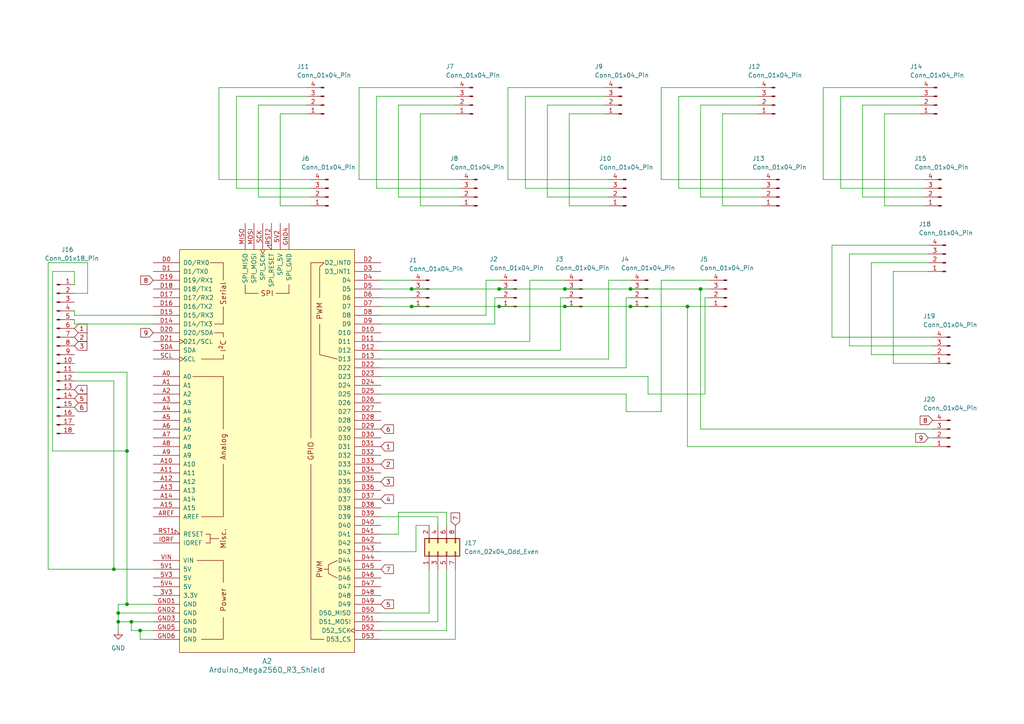
<source format=kicad_sch>
(kicad_sch (version 20231120) (generator "eeschema") (generator_version "8.0")
  (paper "A4")
  (lib_symbols
    (symbol "Connector:Conn_01x04_Pin" (pin_names (offset 1.016) hide)
      (property "Reference" "J" (at 0 5.08 0))
      (property "Value" "Conn_01x04_Pin" (at 0 -7.62 0))
      (symbol "Conn_01x04_Pin_1_1"
        (polyline (pts (xy 1.27 -5.08) (xy 0.8636 -5.08)) (stroke (width 0.1524)))
        (polyline (pts (xy 1.27 -2.54) (xy 0.8636 -2.54)) (stroke (width 0.1524)))
        (polyline (pts (xy 1.27 0) (xy 0.8636 0)) (stroke (width 0.1524)))
        (polyline (pts (xy 1.27 2.54) (xy 0.8636 2.54)) (stroke (width 0.1524)))
        (rectangle (start 0.8636 -4.953) (end 0 -5.207) (stroke (width 0.1524)) (fill (type outline)))
        (rectangle (start 0.8636 -2.413) (end 0 -2.667) (stroke (width 0.1524)) (fill (type outline)))
        (rectangle (start 0.8636 0.127) (end 0 -0.127) (stroke (width 0.1524)) (fill (type outline)))
        (rectangle (start 0.8636 2.667) (end 0 2.413) (stroke (width 0.1524)) (fill (type outline)))
        (pin passive line (at 5.08 2.54 180) (length 3.81) (name "Pin_1") (number "1"))
        (pin passive line (at 5.08 0 180) (length 3.81) (name "Pin_2") (number "2"))
        (pin passive line (at 5.08 -2.54 180) (length 3.81) (name "Pin_3") (number "3"))
        (pin passive line (at 5.08 -5.08 180) (length 3.81) (name "Pin_4") (number "4"))
      )
    )
    (symbol "Connector:Conn_01x18_Pin" (pin_names (offset 1.016) hide)
      (property "Reference" "J" (at 0 22.86 0))
      (property "Value" "Conn_01x18_Pin" (at 0 -25.4 0))
      (symbol "Conn_01x18_Pin_1_1"
        (polyline (pts (xy 1.27 -22.86) (xy 0.8636 -22.86)) (stroke (width 0.1524)))
        (polyline (pts (xy 1.27 -20.32) (xy 0.8636 -20.32)) (stroke (width 0.1524)))
        (polyline (pts (xy 1.27 -17.78) (xy 0.8636 -17.78)) (stroke (width 0.1524)))
        (polyline (pts (xy 1.27 -15.24) (xy 0.8636 -15.24)) (stroke (width 0.1524)))
        (polyline (pts (xy 1.27 -12.7) (xy 0.8636 -12.7)) (stroke (width 0.1524)))
        (polyline (pts (xy 1.27 -10.16) (xy 0.8636 -10.16)) (stroke (width 0.1524)))
        (polyline (pts (xy 1.27 -7.62) (xy 0.8636 -7.62)) (stroke (width 0.1524)))
        (polyline (pts (xy 1.27 -5.08) (xy 0.8636 -5.08)) (stroke (width 0.1524)))
        (polyline (pts (xy 1.27 -2.54) (xy 0.8636 -2.54)) (stroke (width 0.1524)))
        (polyline (pts (xy 1.27 0) (xy 0.8636 0)) (stroke (width 0.1524)))
        (polyline (pts (xy 1.27 2.54) (xy 0.8636 2.54)) (stroke (width 0.1524)))
        (polyline (pts (xy 1.27 5.08) (xy 0.8636 5.08)) (stroke (width 0.1524)))
        (polyline (pts (xy 1.27 7.62) (xy 0.8636 7.62)) (stroke (width 0.1524)))
        (polyline (pts (xy 1.27 10.16) (xy 0.8636 10.16)) (stroke (width 0.1524)))
        (polyline (pts (xy 1.27 12.7) (xy 0.8636 12.7)) (stroke (width 0.1524)))
        (polyline (pts (xy 1.27 15.24) (xy 0.8636 15.24)) (stroke (width 0.1524)))
        (polyline (pts (xy 1.27 17.78) (xy 0.8636 17.78)) (stroke (width 0.1524)))
        (polyline (pts (xy 1.27 20.32) (xy 0.8636 20.32)) (stroke (width 0.1524)))
        (rectangle (start 0.8636 -22.733) (end 0 -22.987) (stroke (width 0.1524)) (fill (type outline)))
        (rectangle (start 0.8636 -20.193) (end 0 -20.447) (stroke (width 0.1524)) (fill (type outline)))
        (rectangle (start 0.8636 -17.653) (end 0 -17.907) (stroke (width 0.1524)) (fill (type outline)))
        (rectangle (start 0.8636 -15.113) (end 0 -15.367) (stroke (width 0.1524)) (fill (type outline)))
        (rectangle (start 0.8636 -12.573) (end 0 -12.827) (stroke (width 0.1524)) (fill (type outline)))
        (rectangle (start 0.8636 -10.033) (end 0 -10.287) (stroke (width 0.1524)) (fill (type outline)))
        (rectangle (start 0.8636 -7.493) (end 0 -7.747) (stroke (width 0.1524)) (fill (type outline)))
        (rectangle (start 0.8636 -4.953) (end 0 -5.207) (stroke (width 0.1524)) (fill (type outline)))
        (rectangle (start 0.8636 -2.413) (end 0 -2.667) (stroke (width 0.1524)) (fill (type outline)))
        (rectangle (start 0.8636 0.127) (end 0 -0.127) (stroke (width 0.1524)) (fill (type outline)))
        (rectangle (start 0.8636 2.667) (end 0 2.413) (stroke (width 0.1524)) (fill (type outline)))
        (rectangle (start 0.8636 5.207) (end 0 4.953) (stroke (width 0.1524)) (fill (type outline)))
        (rectangle (start 0.8636 7.747) (end 0 7.493) (stroke (width 0.1524)) (fill (type outline)))
        (rectangle (start 0.8636 10.287) (end 0 10.033) (stroke (width 0.1524)) (fill (type outline)))
        (rectangle (start 0.8636 12.827) (end 0 12.573) (stroke (width 0.1524)) (fill (type outline)))
        (rectangle (start 0.8636 15.367) (end 0 15.113) (stroke (width 0.1524)) (fill (type outline)))
        (rectangle (start 0.8636 17.907) (end 0 17.653) (stroke (width 0.1524)) (fill (type outline)))
        (rectangle (start 0.8636 20.447) (end 0 20.193) (stroke (width 0.1524)) (fill (type outline)))
        (pin passive line (at 5.08 20.32 180) (length 3.81) (name "Pin_1") (number "1"))
        (pin passive line (at 5.08 -2.54 180) (length 3.81) (name "Pin_10") (number "10"))
        (pin passive line (at 5.08 -5.08 180) (length 3.81) (name "Pin_11") (number "11"))
        (pin passive line (at 5.08 -7.62 180) (length 3.81) (name "Pin_12") (number "12"))
        (pin passive line (at 5.08 -10.16 180) (length 3.81) (name "Pin_13") (number "13"))
        (pin passive line (at 5.08 -12.7 180) (length 3.81) (name "Pin_14") (number "14"))
        (pin passive line (at 5.08 -15.24 180) (length 3.81) (name "Pin_15") (number "15"))
        (pin passive line (at 5.08 -17.78 180) (length 3.81) (name "Pin_16") (number "16"))
        (pin passive line (at 5.08 -20.32 180) (length 3.81) (name "Pin_17") (number "17"))
        (pin passive line (at 5.08 -22.86 180) (length 3.81) (name "Pin_18") (number "18"))
        (pin passive line (at 5.08 17.78 180) (length 3.81) (name "Pin_2") (number "2"))
        (pin passive line (at 5.08 15.24 180) (length 3.81) (name "Pin_3") (number "3"))
        (pin passive line (at 5.08 12.7 180) (length 3.81) (name "Pin_4") (number "4"))
        (pin passive line (at 5.08 10.16 180) (length 3.81) (name "Pin_5") (number "5"))
        (pin passive line (at 5.08 7.62 180) (length 3.81) (name "Pin_6") (number "6"))
        (pin passive line (at 5.08 5.08 180) (length 3.81) (name "Pin_7") (number "7"))
        (pin passive line (at 5.08 2.54 180) (length 3.81) (name "Pin_8") (number "8"))
        (pin passive line (at 5.08 0 180) (length 3.81) (name "Pin_9") (number "9"))
      )
    )
    (symbol "Connector_Generic:Conn_02x04_Odd_Even" (pin_names (offset 1.016) hide)
      (property "Reference" "J" (at 1.27 5.08 0))
      (property "Value" "Conn_02x04_Odd_Even" (at 1.27 -7.62 0))
      (symbol "Conn_02x04_Odd_Even_1_1"
        (rectangle (start -1.27 -4.953) (end 0 -5.207) (stroke (width 0.1524)))
        (rectangle (start -1.27 -2.413) (end 0 -2.667) (stroke (width 0.1524)))
        (rectangle (start -1.27 0.127) (end 0 -0.127) (stroke (width 0.1524)))
        (rectangle (start -1.27 2.667) (end 0 2.413) (stroke (width 0.1524)))
        (rectangle (start -1.27 3.81) (end 3.81 -6.35) (stroke (width 0.254)) (fill (type background)))
        (rectangle (start 3.81 -4.953) (end 2.54 -5.207) (stroke (width 0.1524)))
        (rectangle (start 3.81 -2.413) (end 2.54 -2.667) (stroke (width 0.1524)))
        (rectangle (start 3.81 0.127) (end 2.54 -0.127) (stroke (width 0.1524)))
        (rectangle (start 3.81 2.667) (end 2.54 2.413) (stroke (width 0.1524)))
        (pin passive line (at -5.08 2.54 0) (length 3.81) (name "Pin_1") (number "1"))
        (pin passive line (at 7.62 2.54 180) (length 3.81) (name "Pin_2") (number "2"))
        (pin passive line (at -5.08 0 0) (length 3.81) (name "Pin_3") (number "3"))
        (pin passive line (at 7.62 0 180) (length 3.81) (name "Pin_4") (number "4"))
        (pin passive line (at -5.08 -2.54 0) (length 3.81) (name "Pin_5") (number "5"))
        (pin passive line (at 7.62 -2.54 180) (length 3.81) (name "Pin_6") (number "6"))
        (pin passive line (at -5.08 -5.08 0) (length 3.81) (name "Pin_7") (number "7"))
        (pin passive line (at 7.62 -5.08 180) (length 3.81) (name "Pin_8") (number "8"))
      )
    )
    (symbol "PCM_arduino-library:Arduino_Mega2560_R3_Shield" (pin_names (offset 1.016))
      (property "Reference" "A" (at 0 -62.23 0))
      (property "Value" "Arduino_Mega2560_R3_Shield" (at 0 -66.04 0))
      (symbol "Arduino_Mega2560_R3_Shield_0_0"
        (rectangle (start -25.4 -58.42) (end 25.4 58.42) (fill (type background)))
        (rectangle (start -20.32 -31.75) (end -12.7 -31.75))
        (rectangle (start -19.05 -54.61) (end -12.7 -54.61))
        (rectangle (start -19.05 -19.05) (end -12.7 -19.05))
        (rectangle (start -19.05 26.67) (end -12.7 26.67))
        (rectangle (start -17.78 -26.67) (end -16.51 -26.67))
        (rectangle (start -17.78 -24.13) (end -16.51 -24.13))
        (rectangle (start -16.51 -25.4) (end -13.97 -25.4))
        (rectangle (start -16.51 -24.13) (end -16.51 -26.67))
        (rectangle (start -16.51 54.61) (end -12.7 54.61))
        (rectangle (start -15.24 34.29) (end -12.7 34.29))
        (rectangle (start -15.24 36.83) (end -12.7 36.83))
        (rectangle (start -12.7 -54.61) (end -12.7 -48.26))
        (rectangle (start -12.7 -31.75) (end -12.7 -38.1))
        (rectangle (start -12.7 26.67) (end -12.7 27.94))
        (rectangle (start -12.7 34.29) (end -12.7 33.02))
        (rectangle (start -12.7 41.91) (end -12.7 36.83))
        (rectangle (start -12.7 49.53) (end -12.7 54.61))
        (rectangle (start -6.35 48.26) (end -6.35 45.72))
        (rectangle (start -2.54 45.72) (end -6.35 45.72))
        (polyline (pts (xy -21.59 21.59) (xy -12.7 21.59)))
        (polyline (pts (xy -12.7 -19.05) (xy -12.7 -3.81)))
        (polyline (pts (xy -12.7 6.35) (xy -12.7 21.59)))
        (polyline (pts (xy 12.7 -54.61) (xy 16.51 -54.61)))
        (polyline (pts (xy 12.7 54.61) (xy 16.51 54.61)))
        (polyline (pts (xy 17.78 -34.29) (xy 16.51 -34.29)))
        (polyline (pts (xy 15.24 36.83) (xy 15.24 27.94) (xy 20.32 26.67)))
        (polyline (pts (xy 15.24 44.45) (xy 15.24 53.34) (xy 16.51 54.61)))
        (polyline (pts (xy 20.32 -31.75) (xy 17.78 -33.02) (xy 17.78 -35.56) (xy 20.32 -36.83)))
        (rectangle (start 6.35 45.72) (end 2.54 45.72))
        (rectangle (start 6.35 48.26) (end 6.35 45.72))
        (text "Analog" (at -12.7 1.27 900) (effects (font (size 1.524 1.524))))
        (text "I²C" (at -12.7 30.48 900) (effects (font (size 1.524 1.524))))
        (text "Misc." (at -12.7 -25.4 900) (effects (font (size 1.524 1.524))))
        (text "Power" (at -12.7 -43.18 900) (effects (font (size 1.524 1.524))))
        (text "PWM" (at 15.24 -34.29 900) (effects (font (size 1.524 1.524))))
        (text "PWM" (at 15.24 40.64 900) (effects (font (size 1.524 1.524))))
        (text "Serial" (at -12.7 45.72 900) (effects (font (size 1.524 1.524))))
        (text "SPI" (at 0 45.72 0) (effects (font (size 1.524 1.524))))
      )
      (symbol "Arduino_Mega2560_R3_Shield_1_0"
        (rectangle (start 12.7 -54.61) (end 12.7 -3.81))
        (rectangle (start 12.7 54.61) (end 12.7 3.81))
        (text "GPIO" (at 12.7 0 900) (effects (font (size 1.524 1.524))))
      )
      (symbol "Arduino_Mega2560_R3_Shield_1_1"
        (pin power_out line (at -33.02 -41.91 0) (length 7.62) (name "3.3V") (number "3V3"))
        (pin power_in line (at -33.02 -34.29 0) (length 7.62) (name "5V") (number "5V1"))
        (pin power_in line (at 3.81 66.04 270) (length 7.62) (name "SPI_5V") (number "5V2"))
        (pin power_in line (at -33.02 -36.83 0) (length 7.62) (name "5V") (number "5V3"))
        (pin power_in line (at -33.02 -39.37 0) (length 7.62) (name "5V") (number "5V4"))
        (pin bidirectional line (at -33.02 21.59 0) (length 7.62) (name "A0") (number "A0"))
        (pin bidirectional line (at -33.02 19.05 0) (length 7.62) (name "A1") (number "A1"))
        (pin bidirectional line (at -33.02 -3.81 0) (length 7.62) (name "A10") (number "A10"))
        (pin bidirectional line (at -33.02 -6.35 0) (length 7.62) (name "A11") (number "A11"))
        (pin bidirectional line (at -33.02 -8.89 0) (length 7.62) (name "A12") (number "A12"))
        (pin bidirectional line (at -33.02 -11.43 0) (length 7.62) (name "A13") (number "A13"))
        (pin bidirectional line (at -33.02 -13.97 0) (length 7.62) (name "A14") (number "A14"))
        (pin bidirectional line (at -33.02 -16.51 0) (length 7.62) (name "A15") (number "A15"))
        (pin bidirectional line (at -33.02 16.51 0) (length 7.62) (name "A2") (number "A2"))
        (pin bidirectional line (at -33.02 13.97 0) (length 7.62) (name "A3") (number "A3"))
        (pin bidirectional line (at -33.02 11.43 0) (length 7.62) (name "A4") (number "A4"))
        (pin bidirectional line (at -33.02 8.89 0) (length 7.62) (name "A5") (number "A5"))
        (pin bidirectional line (at -33.02 6.35 0) (length 7.62) (name "A6") (number "A6"))
        (pin bidirectional line (at -33.02 3.81 0) (length 7.62) (name "A7") (number "A7"))
        (pin bidirectional line (at -33.02 1.27 0) (length 7.62) (name "A8") (number "A8"))
        (pin bidirectional line (at -33.02 -1.27 0) (length 7.62) (name "A9") (number "A9"))
        (pin input line (at -33.02 -19.05 0) (length 7.62) (name "AREF") (number "AREF"))
        (pin bidirectional line (at -33.02 54.61 0) (length 7.62) (name "D0/RX0") (number "D0"))
        (pin bidirectional line (at -33.02 52.07 0) (length 7.62) (name "D1/TX0") (number "D1"))
        (pin bidirectional line (at 33.02 34.29 180) (length 7.62) (name "D10") (number "D10"))
        (pin bidirectional line (at 33.02 31.75 180) (length 7.62) (name "D11") (number "D11"))
        (pin bidirectional line (at 33.02 29.21 180) (length 7.62) (name "D12") (number "D12"))
        (pin bidirectional line (at 33.02 26.67 180) (length 7.62) (name "D13") (number "D13"))
        (pin bidirectional line (at -33.02 36.83 0) (length 7.62) (name "D14/TX3") (number "D14"))
        (pin bidirectional line (at -33.02 39.37 0) (length 7.62) (name "D15/RX3") (number "D15"))
        (pin bidirectional line (at -33.02 41.91 0) (length 7.62) (name "D16/TX2") (number "D16"))
        (pin bidirectional line (at -33.02 44.45 0) (length 7.62) (name "D17/RX2") (number "D17"))
        (pin bidirectional line (at -33.02 46.99 0) (length 7.62) (name "D18/TX1") (number "D18"))
        (pin bidirectional line (at -33.02 49.53 0) (length 7.62) (name "D19/RX1") (number "D19"))
        (pin bidirectional line (at 33.02 54.61 180) (length 7.62) (name "D2_INT0") (number "D2"))
        (pin bidirectional line (at -33.02 34.29 0) (length 7.62) (name "D20/SDA") (number "D20"))
        (pin bidirectional clock (at -33.02 31.75 0) (length 7.62) (name "D21/SCL") (number "D21"))
        (pin bidirectional line (at 33.02 24.13 180) (length 7.62) (name "D22") (number "D22"))
        (pin bidirectional line (at 33.02 21.59 180) (length 7.62) (name "D23") (number "D23"))
        (pin bidirectional line (at 33.02 19.05 180) (length 7.62) (name "D24") (number "D24"))
        (pin bidirectional line (at 33.02 16.51 180) (length 7.62) (name "D25") (number "D25"))
        (pin bidirectional line (at 33.02 13.97 180) (length 7.62) (name "D26") (number "D26"))
        (pin bidirectional line (at 33.02 11.43 180) (length 7.62) (name "D27") (number "D27"))
        (pin bidirectional line (at 33.02 8.89 180) (length 7.62) (name "D28") (number "D28"))
        (pin bidirectional line (at 33.02 6.35 180) (length 7.62) (name "D29") (number "D29"))
        (pin bidirectional line (at 33.02 52.07 180) (length 7.62) (name "D3_INT1") (number "D3"))
        (pin bidirectional line (at 33.02 3.81 180) (length 7.62) (name "D30") (number "D30"))
        (pin bidirectional line (at 33.02 1.27 180) (length 7.62) (name "D31") (number "D31"))
        (pin bidirectional line (at 33.02 -1.27 180) (length 7.62) (name "D32") (number "D32"))
        (pin bidirectional line (at 33.02 -3.81 180) (length 7.62) (name "D33") (number "D33"))
        (pin bidirectional line (at 33.02 -6.35 180) (length 7.62) (name "D34") (number "D34"))
        (pin bidirectional line (at 33.02 -8.89 180) (length 7.62) (name "D35") (number "D35"))
        (pin bidirectional line (at 33.02 -11.43 180) (length 7.62) (name "D36") (number "D36"))
        (pin bidirectional line (at 33.02 -13.97 180) (length 7.62) (name "D37") (number "D37"))
        (pin bidirectional line (at 33.02 -16.51 180) (length 7.62) (name "D38") (number "D38"))
        (pin bidirectional line (at 33.02 -19.05 180) (length 7.62) (name "D39") (number "D39"))
        (pin bidirectional line (at 33.02 49.53 180) (length 7.62) (name "D4") (number "D4"))
        (pin bidirectional line (at 33.02 -21.59 180) (length 7.62) (name "D40") (number "D40"))
        (pin bidirectional line (at 33.02 -24.13 180) (length 7.62) (name "D41") (number "D41"))
        (pin bidirectional line (at 33.02 -26.67 180) (length 7.62) (name "D42") (number "D42"))
        (pin bidirectional line (at 33.02 -29.21 180) (length 7.62) (name "D43") (number "D43"))
        (pin bidirectional line (at 33.02 -31.75 180) (length 7.62) (name "D44") (number "D44"))
        (pin bidirectional line (at 33.02 -34.29 180) (length 7.62) (name "D45") (number "D45"))
        (pin bidirectional line (at 33.02 -36.83 180) (length 7.62) (name "D46") (number "D46"))
        (pin bidirectional line (at 33.02 -39.37 180) (length 7.62) (name "D47") (number "D47"))
        (pin bidirectional line (at 33.02 -41.91 180) (length 7.62) (name "D48") (number "D48"))
        (pin bidirectional line (at 33.02 -44.45 180) (length 7.62) (name "D49") (number "D49"))
        (pin bidirectional line (at 33.02 46.99 180) (length 7.62) (name "D5") (number "D5"))
        (pin bidirectional line (at 33.02 -46.99 180) (length 7.62) (name "D50_MISO") (number "D50"))
        (pin bidirectional line (at 33.02 -49.53 180) (length 7.62) (name "D51_MOSI") (number "D51"))
        (pin bidirectional clock (at 33.02 -52.07 180) (length 7.62) (name "D52_SCK") (number "D52"))
        (pin bidirectional line (at 33.02 -54.61 180) (length 7.62) (name "D53_CS") (number "D53"))
        (pin bidirectional line (at 33.02 44.45 180) (length 7.62) (name "D6") (number "D6"))
        (pin bidirectional line (at 33.02 41.91 180) (length 7.62) (name "D7") (number "D7"))
        (pin bidirectional line (at 33.02 39.37 180) (length 7.62) (name "D8") (number "D8"))
        (pin bidirectional line (at 33.02 36.83 180) (length 7.62) (name "D9") (number "D9"))
        (pin power_in line (at -33.02 -44.45 0) (length 7.62) (name "GND") (number "GND1"))
        (pin power_in line (at -33.02 -46.99 0) (length 7.62) (name "GND") (number "GND2"))
        (pin power_in line (at -33.02 -49.53 0) (length 7.62) (name "GND") (number "GND3"))
        (pin power_in line (at 6.35 66.04 270) (length 7.62) (name "SPI_GND") (number "GND4"))
        (pin power_in line (at -33.02 -52.07 0) (length 7.62) (name "GND") (number "GND5"))
        (pin power_in line (at -33.02 -54.61 0) (length 7.62) (name "GND") (number "GND6"))
        (pin output line (at -33.02 -26.67 0) (length 7.62) (name "IOREF") (number "IORF"))
        (pin input line (at -6.35 66.04 270) (length 7.62) (name "SPI_MISO") (number "MISO"))
        (pin output line (at -3.81 66.04 270) (length 7.62) (name "SPI_MOSI") (number "MOSI"))
        (pin open_collector input_low (at -33.02 -24.13 0) (length 7.62) (name "RESET") (number "RST1"))
        (pin open_collector input_low (at 1.27 66.04 270) (length 7.62) (name "SPI_RESET") (number "RST2"))
        (pin output clock (at -1.27 66.04 270) (length 7.62) (name "SPI_SCK") (number "SCK"))
        (pin bidirectional clock (at -33.02 26.67 0) (length 7.62) (name "SCL") (number "SCL"))
        (pin bidirectional line (at -33.02 29.21 0) (length 7.62) (name "SDA") (number "SDA"))
        (pin power_in line (at -33.02 -31.75 0) (length 7.62) (name "VIN") (number "VIN"))
      )
    )
    (symbol "power:GND" (power) (pin_numbers hide) (pin_names (offset 0) hide)
      (property "Value" "GND" (at 0 -3.81 0))
      (symbol "GND_0_1"
        (polyline (pts (xy 0 0) (xy 0 -1.27) (xy 1.27 -1.27) (xy 0 -2.54) (xy -1.27 -1.27) (xy 0 -1.27)))
      )
      (symbol "GND_1_1"
        (pin power_in line (at 0 0 270) (length 0) (name "~") (number "1"))
      )
    )
  )
  (junction (at 163.83 88.9))
  (junction (at 203.2 83.82))
  (junction (at 199.39 88.9))
  (junction (at 144.78 83.82))
  (junction (at 144.78 88.9))
  (junction (at 182.88 83.82))
  (junction (at 182.88 88.9))
  (junction (at 119.38 88.9))
  (junction (at 34.29 180.34))
  (junction (at 36.83 175.26))
  (junction (at 163.83 83.82))
  (junction (at 40.64 182.88))
  (junction (at 38.1 180.34))
  (junction (at 34.29 177.8))
  (junction (at 36.83 130.81))
  (junction (at 33.02 165.1))
  (junction (at 119.38 83.82))
  (wire (pts (xy 127 180.34) (xy 127 165.1)))
  (wire (pts (xy 143.51 86.36) (xy 144.78 86.36)))
  (wire (pts (xy 163.83 88.9) (xy 182.88 88.9)))
  (wire (pts (xy 204.47 86.36) (xy 204.47 114.3)))
  (wire (pts (xy 110.49 88.9) (xy 119.38 88.9)))
  (wire (pts (xy 241.3 71.12) (xy 269.24 71.12)))
  (wire (pts (xy 203.2 57.15) (xy 220.98 57.15)))
  (wire (pts (xy 15.24 130.81) (xy 15.24 78.74)))
  (wire (pts (xy 252.73 102.87) (xy 252.73 76.2)))
  (wire (pts (xy 34.29 177.8) (xy 44.45 177.8)))
  (wire (pts (xy 44.45 165.1) (xy 33.02 165.1)))
  (wire (pts (xy 133.35 54.61) (xy 109.22 54.61)))
  (wire (pts (xy 34.29 175.26) (xy 36.83 175.26)))
  (wire (pts (xy 252.73 76.2) (xy 269.24 76.2)))
  (wire (pts (xy 182.88 88.9) (xy 199.39 88.9)))
  (wire (pts (xy 199.39 88.9) (xy 199.39 129.54)))
  (wire (pts (xy 246.38 73.66) (xy 269.24 73.66)))
  (wire (pts (xy 115.57 148.59) (xy 129.54 148.59)))
  (wire (pts (xy 270.51 97.79) (xy 241.3 97.79)))
  (wire (pts (xy 33.02 110.49) (xy 21.59 110.49)))
  (wire (pts (xy 203.2 30.48) (xy 219.71 30.48)))
  (wire (pts (xy 267.97 52.07) (xy 238.76 52.07)))
  (wire (pts (xy 115.57 57.15) (xy 115.57 30.48)))
  (wire (pts (xy 115.57 30.48) (xy 132.08 30.48)))
  (wire (pts (xy 181.61 86.36) (xy 181.61 106.68)))
  (wire (pts (xy 203.2 124.46) (xy 270.51 124.46)))
  (wire (pts (xy 110.49 154.94) (xy 115.57 154.94)))
  (wire (pts (xy 44.45 93.98) (xy 21.59 93.98)))
  (wire (pts (xy 203.2 57.15) (xy 203.2 30.48)))
  (wire (pts (xy 199.39 88.9) (xy 205.74 88.9)))
  (wire (pts (xy 143.51 93.98) (xy 143.51 86.36)))
  (wire (pts (xy 121.92 59.69) (xy 121.92 33.02)))
  (wire (pts (xy 259.08 105.41) (xy 259.08 78.74)))
  (wire (pts (xy 34.29 180.34) (xy 34.29 182.88)))
  (wire (pts (xy 196.85 27.94) (xy 219.71 27.94)))
  (wire (pts (xy 34.29 177.8) (xy 34.29 180.34)))
  (wire (pts (xy 36.83 130.81) (xy 36.83 107.95)))
  (wire (pts (xy 110.49 149.86) (xy 127 149.86)))
  (wire (pts (xy 120.65 160.02) (xy 120.65 152.4)))
  (wire (pts (xy 220.98 52.07) (xy 191.77 52.07)))
  (wire (pts (xy 182.88 81.28) (xy 176.53 81.28)))
  (wire (pts (xy 38.1 180.34) (xy 34.29 180.34)))
  (wire (pts (xy 147.32 52.07) (xy 147.32 25.4)))
  (wire (pts (xy 81.28 59.69) (xy 81.28 33.02)))
  (wire (pts (xy 21.59 91.44) (xy 21.59 90.17)))
  (wire (pts (xy 270.51 100.33) (xy 246.38 100.33)))
  (wire (pts (xy 209.55 33.02) (xy 219.71 33.02)))
  (wire (pts (xy 13.97 165.1) (xy 13.97 76.2)))
  (wire (pts (xy 241.3 97.79) (xy 241.3 71.12)))
  (wire (pts (xy 220.98 59.69) (xy 209.55 59.69)))
  (wire (pts (xy 110.49 177.8) (xy 124.46 177.8)))
  (wire (pts (xy 181.61 114.3) (xy 181.61 119.38)))
  (wire (pts (xy 162.56 101.6) (xy 110.49 101.6)))
  (wire (pts (xy 109.22 27.94) (xy 132.08 27.94)))
  (wire (pts (xy 110.49 160.02) (xy 120.65 160.02)))
  (wire (pts (xy 191.77 81.28) (xy 191.77 119.38)))
  (wire (pts (xy 25.4 85.09) (xy 21.59 85.09)))
  (wire (pts (xy 119.38 83.82) (xy 144.78 83.82)))
  (wire (pts (xy 110.49 86.36) (xy 119.38 86.36)))
  (wire (pts (xy 187.96 114.3) (xy 204.47 114.3)))
  (wire (pts (xy 243.84 27.94) (xy 266.7 27.94)))
  (wire (pts (xy 176.53 81.28) (xy 176.53 104.14)))
  (wire (pts (xy 110.49 185.42) (xy 132.08 185.42)))
  (wire (pts (xy 104.14 25.4) (xy 132.08 25.4)))
  (wire (pts (xy 132.08 185.42) (xy 132.08 165.1)))
  (wire (pts (xy 133.35 59.69) (xy 121.92 59.69)))
  (wire (pts (xy 127 149.86) (xy 127 152.4)))
  (wire (pts (xy 181.61 106.68) (xy 110.49 106.68)))
  (wire (pts (xy 250.19 57.15) (xy 250.19 30.48)))
  (wire (pts (xy 162.56 86.36) (xy 162.56 101.6)))
  (wire (pts (xy 90.17 59.69) (xy 81.28 59.69)))
  (wire (pts (xy 110.49 93.98) (xy 143.51 93.98)))
  (wire (pts (xy 110.49 91.44) (xy 140.97 91.44)))
  (wire (pts (xy 115.57 57.15) (xy 133.35 57.15)))
  (wire (pts (xy 243.84 54.61) (xy 243.84 27.94)))
  (wire (pts (xy 63.5 52.07) (xy 63.5 25.4)))
  (wire (pts (xy 238.76 52.07) (xy 238.76 25.4)))
  (wire (pts (xy 36.83 130.81) (xy 15.24 130.81)))
  (wire (pts (xy 110.49 81.28) (xy 119.38 81.28)))
  (wire (pts (xy 44.45 91.44) (xy 21.59 91.44)))
  (wire (pts (xy 256.54 59.69) (xy 256.54 33.02)))
  (wire (pts (xy 165.1 59.69) (xy 165.1 33.02)))
  (wire (pts (xy 21.59 93.98) (xy 21.59 92.71)))
  (wire (pts (xy 119.38 88.9) (xy 144.78 88.9)))
  (wire (pts (xy 191.77 52.07) (xy 191.77 25.4)))
  (wire (pts (xy 238.76 25.4) (xy 266.7 25.4)))
  (wire (pts (xy 25.4 76.2) (xy 25.4 85.09)))
  (wire (pts (xy 110.49 114.3) (xy 181.61 114.3)))
  (wire (pts (xy 250.19 30.48) (xy 266.7 30.48)))
  (wire (pts (xy 270.51 105.41) (xy 259.08 105.41)))
  (wire (pts (xy 44.45 180.34) (xy 38.1 180.34)))
  (wire (pts (xy 176.53 104.14) (xy 110.49 104.14)))
  (wire (pts (xy 147.32 25.4) (xy 175.26 25.4)))
  (wire (pts (xy 104.14 52.07) (xy 104.14 25.4)))
  (wire (pts (xy 33.02 165.1) (xy 33.02 110.49)))
  (wire (pts (xy 109.22 54.61) (xy 109.22 27.94)))
  (wire (pts (xy 44.45 185.42) (xy 40.64 185.42)))
  (wire (pts (xy 38.1 182.88) (xy 38.1 180.34)))
  (wire (pts (xy 68.58 54.61) (xy 68.58 27.94)))
  (wire (pts (xy 199.39 129.54) (xy 270.51 129.54)))
  (wire (pts (xy 163.83 81.28) (xy 153.67 81.28)))
  (wire (pts (xy 110.49 180.34) (xy 127 180.34)))
  (wire (pts (xy 162.56 86.36) (xy 163.83 86.36)))
  (wire (pts (xy 163.83 83.82) (xy 182.88 83.82)))
  (wire (pts (xy 120.65 152.4) (xy 124.46 152.4)))
  (wire (pts (xy 153.67 81.28) (xy 153.67 99.06)))
  (wire (pts (xy 90.17 52.07) (xy 63.5 52.07)))
  (wire (pts (xy 68.58 27.94) (xy 88.9 27.94)))
  (wire (pts (xy 153.67 99.06) (xy 110.49 99.06)))
  (wire (pts (xy 124.46 177.8) (xy 124.46 165.1)))
  (wire (pts (xy 187.96 109.22) (xy 187.96 114.3)))
  (wire (pts (xy 40.64 182.88) (xy 38.1 182.88)))
  (wire (pts (xy 36.83 175.26) (xy 44.45 175.26)))
  (wire (pts (xy 203.2 83.82) (xy 203.2 124.46)))
  (wire (pts (xy 191.77 25.4) (xy 219.71 25.4)))
  (wire (pts (xy 181.61 119.38) (xy 191.77 119.38)))
  (wire (pts (xy 129.54 148.59) (xy 129.54 152.4)))
  (wire (pts (xy 158.75 57.15) (xy 176.53 57.15)))
  (wire (pts (xy 267.97 59.69) (xy 256.54 59.69)))
  (wire (pts (xy 181.61 86.36) (xy 182.88 86.36)))
  (wire (pts (xy 158.75 30.48) (xy 175.26 30.48)))
  (wire (pts (xy 15.24 78.74) (xy 21.59 78.74)))
  (wire (pts (xy 110.49 182.88) (xy 129.54 182.88)))
  (wire (pts (xy 246.38 100.33) (xy 246.38 73.66)))
  (wire (pts (xy 74.93 57.15) (xy 74.93 30.48)))
  (wire (pts (xy 129.54 182.88) (xy 129.54 165.1)))
  (wire (pts (xy 140.97 81.28) (xy 144.78 81.28)))
  (wire (pts (xy 140.97 91.44) (xy 140.97 81.28)))
  (wire (pts (xy 21.59 78.74) (xy 21.59 82.55)))
  (wire (pts (xy 81.28 33.02) (xy 88.9 33.02)))
  (wire (pts (xy 176.53 59.69) (xy 165.1 59.69)))
  (wire (pts (xy 152.4 27.94) (xy 175.26 27.94)))
  (wire (pts (xy 115.57 154.94) (xy 115.57 148.59)))
  (wire (pts (xy 44.45 182.88) (xy 40.64 182.88)))
  (wire (pts (xy 110.49 83.82) (xy 119.38 83.82)))
  (wire (pts (xy 90.17 54.61) (xy 68.58 54.61)))
  (wire (pts (xy 256.54 33.02) (xy 266.7 33.02)))
  (wire (pts (xy 121.92 33.02) (xy 132.08 33.02)))
  (wire (pts (xy 196.85 54.61) (xy 196.85 27.94)))
  (wire (pts (xy 13.97 76.2) (xy 25.4 76.2)))
  (wire (pts (xy 205.74 81.28) (xy 191.77 81.28)))
  (wire (pts (xy 74.93 57.15) (xy 90.17 57.15)))
  (wire (pts (xy 110.49 109.22) (xy 187.96 109.22)))
  (wire (pts (xy 133.35 52.07) (xy 104.14 52.07)))
  (wire (pts (xy 63.5 25.4) (xy 88.9 25.4)))
  (wire (pts (xy 36.83 175.26) (xy 36.83 130.81)))
  (wire (pts (xy 144.78 88.9) (xy 163.83 88.9)))
  (wire (pts (xy 176.53 54.61) (xy 152.4 54.61)))
  (wire (pts (xy 252.73 102.87) (xy 270.51 102.87)))
  (wire (pts (xy 34.29 175.26) (xy 34.29 177.8)))
  (wire (pts (xy 182.88 83.82) (xy 203.2 83.82)))
  (wire (pts (xy 144.78 83.82) (xy 163.83 83.82)))
  (wire (pts (xy 269.24 127) (xy 270.51 127)))
  (wire (pts (xy 74.93 30.48) (xy 88.9 30.48)))
  (wire (pts (xy 165.1 33.02) (xy 175.26 33.02)))
  (wire (pts (xy 40.64 185.42) (xy 40.64 182.88)))
  (wire (pts (xy 36.83 107.95) (xy 21.59 107.95)))
  (wire (pts (xy 267.97 54.61) (xy 243.84 54.61)))
  (wire (pts (xy 33.02 165.1) (xy 13.97 165.1)))
  (wire (pts (xy 158.75 57.15) (xy 158.75 30.48)))
  (wire (pts (xy 259.08 78.74) (xy 269.24 78.74)))
  (wire (pts (xy 203.2 83.82) (xy 205.74 83.82)))
  (wire (pts (xy 250.19 57.15) (xy 267.97 57.15)))
  (wire (pts (xy 176.53 52.07) (xy 147.32 52.07)))
  (wire (pts (xy 220.98 54.61) (xy 196.85 54.61)))
  (wire (pts (xy 152.4 54.61) (xy 152.4 27.94)))
  (wire (pts (xy 204.47 86.36) (xy 205.74 86.36)))
  (wire (pts (xy 209.55 59.69) (xy 209.55 33.02)))
  (global_label "8" (shape input) (at 44.45 81.28 180) (property "Intersheetrefs" "${INTERSHEET_REFS}" (effects (hide yes))))
  (global_label "6" (shape input) (at 110.49 124.46 0) (property "Intersheetrefs" "${INTERSHEET_REFS}" (effects (hide yes))))
  (global_label "7" (shape input) (at 132.08 152.4 90) (property "Intersheetrefs" "${INTERSHEET_REFS}" (effects (hide yes))))
  (global_label "9" (shape input) (at 44.45 96.52 180) (property "Intersheetrefs" "${INTERSHEET_REFS}" (effects (hide yes))))
  (global_label "5" (shape input) (at 110.49 175.26 0) (property "Intersheetrefs" "${INTERSHEET_REFS}" (effects (hide yes))))
  (global_label "8" (shape input) (at 270.51 121.92 180) (property "Intersheetrefs" "${INTERSHEET_REFS}" (effects (hide yes))))
  (global_label "2" (shape input) (at 110.49 134.62 0) (property "Intersheetrefs" "${INTERSHEET_REFS}" (effects (hide yes))))
  (global_label "2" (shape input) (at 21.59 97.79 0) (property "Intersheetrefs" "${INTERSHEET_REFS}" (effects (hide yes))))
  (global_label "1" (shape input) (at 110.49 129.54 0) (property "Intersheetrefs" "${INTERSHEET_REFS}" (effects (hide yes))))
  (global_label "3" (shape input) (at 110.49 139.7 0) (property "Intersheetrefs" "${INTERSHEET_REFS}" (effects (hide yes))))
  (global_label "5" (shape input) (at 21.59 115.57 0) (property "Intersheetrefs" "${INTERSHEET_REFS}" (effects (hide yes))))
  (global_label "3" (shape input) (at 21.59 100.33 0) (property "Intersheetrefs" "${INTERSHEET_REFS}" (effects (hide yes))))
  (global_label "4" (shape input) (at 21.59 113.03 0) (property "Intersheetrefs" "${INTERSHEET_REFS}" (effects (hide yes))))
  (global_label "4" (shape input) (at 110.49 144.78 0) (property "Intersheetrefs" "${INTERSHEET_REFS}" (effects (hide yes))))
  (global_label "6" (shape input) (at 21.59 118.11 0) (property "Intersheetrefs" "${INTERSHEET_REFS}" (effects (hide yes))))
  (global_label "7" (shape input) (at 110.49 165.1 0) (property "Intersheetrefs" "${INTERSHEET_REFS}" (effects (hide yes))))
  (global_label "9" (shape input) (at 269.24 127 180) (property "Intersheetrefs" "${INTERSHEET_REFS}" (effects (hide yes))))
  (global_label "1" (shape input) (at 21.59 95.25 0) (property "Intersheetrefs" "${INTERSHEET_REFS}" (effects (hide yes))))
  (symbol (lib_id "Connector:Conn_01x04_Pin") (at 187.96 86.36 180) (unit 1)
    (property "Reference" "J4" (at 180.086 75.184 0) (effects (justify right)))
    (property "Value" "Conn_01x04_Pin" (at 180.086 77.724 0) (effects (justify right)))
    (property "Footprint" "Connector_Phoenix_MC_HighVoltage:PhoenixContact_MCV_1,5_4-G-5.08_1x04_P5.08mm_Vertical" (effects (hide yes)))
    (property "Description" "Generic connector, single row, 01x04, script generated" (effects (hide yes)))
  )
  (symbol (lib_id "Connector:Conn_01x04_Pin") (at 271.78 30.48 180) (unit 1)
    (property "Reference" "J14" (at 263.906 19.304 0) (effects (justify right)))
    (property "Value" "Conn_01x04_Pin" (at 263.906 21.844 0) (effects (justify right)))
    (property "Footprint" "Connector_Phoenix_MC_HighVoltage:PhoenixContact_MC_1,5_4-G-5.08_1x04_P5.08mm_Horizontal" (effects (hide yes)))
    (property "Description" "Generic connector, single row, 01x04, script generated" (effects (hide yes)))
  )
  (symbol (lib_id "Connector_Generic:Conn_02x04_Odd_Even") (at 127 160.02 90) (unit 1)
    (property "Reference" "J17" (at 134.62 157.4799 90) (effects (justify right)))
    (property "Value" "Conn_02x04_Odd_Even" (at 134.62 160.0199 90) (effects (justify right)))
    (property "Footprint" "Connector_PinHeader_2.54mm:PinHeader_2x04_P2.54mm_Vertical" (effects (hide yes)))
    (property "Description" "Generic connector, double row, 02x04, odd/even pin numbering scheme (row 1 odd numbers, row 2 even numbers), script generated (kicad-library-utils/schlib/autogen/connector/)" (effects (hide yes)))
  )
  (symbol (lib_id "Connector:Conn_01x18_Pin") (at 16.51 102.87 0) (unit 1)
    (property "Reference" "J16" (at 19.558 72.39 0))
    (property "Value" "Conn_01x18_Pin" (at 20.828 74.93 0))
    (property "Footprint" "Connector_PinHeader_2.54mm:PinHeader_1x18_P2.54mm_Vertical" (effects (hide yes)))
    (property "Description" "Generic connector, single row, 01x18, script generated" (effects (hide yes)))
  )
  (symbol (lib_id "Connector:Conn_01x04_Pin") (at 138.43 57.15 180) (unit 1)
    (property "Reference" "J8" (at 130.556 45.974 0) (effects (justify right)))
    (property "Value" "Conn_01x04_Pin" (at 130.556 48.514 0) (effects (justify right)))
    (property "Footprint" "Connector_Phoenix_MC_HighVoltage:PhoenixContact_MCV_1,5_4-G-5.08_1x04_P5.08mm_Vertical" (effects (hide yes)))
    (property "Description" "Generic connector, single row, 01x04, script generated" (effects (hide yes)))
  )
  (symbol (lib_id "Connector:Conn_01x04_Pin") (at 181.61 57.15 180) (unit 1)
    (property "Reference" "J10" (at 173.736 45.974 0) (effects (justify right)))
    (property "Value" "Conn_01x04_Pin" (at 173.736 48.514 0) (effects (justify right)))
    (property "Footprint" "Connector_Phoenix_MC_HighVoltage:PhoenixContact_MCV_1,5_4-G-5.08_1x04_P5.08mm_Vertical" (effects (hide yes)))
    (property "Description" "Generic connector, single row, 01x04, script generated" (effects (hide yes)))
  )
  (symbol (lib_id "power:GND") (at 34.29 182.88 0) (unit 1)
    (property "Reference" "#PWR01" (effects (hide yes)))
    (property "Value" "GND" (at 34.29 187.96 0))
    (property "Description" "Power symbol creates a global label with name \"GND\" , ground" (effects (hide yes)))
  )
  (symbol (lib_id "Connector:Conn_01x04_Pin") (at 180.34 30.48 180) (unit 1)
    (property "Reference" "J9" (at 172.466 19.304 0) (effects (justify right)))
    (property "Value" "Conn_01x04_Pin" (at 172.466 21.844 0) (effects (justify right)))
    (property "Footprint" "Connector_Phoenix_MC_HighVoltage:PhoenixContact_MC_1,5_4-G-5.08_1x04_P5.08mm_Horizontal" (effects (hide yes)))
    (property "Description" "Generic connector, single row, 01x04, script generated" (effects (hide yes)))
  )
  (symbol (lib_id "Connector:Conn_01x04_Pin") (at 149.86 86.36 180) (unit 1)
    (property "Reference" "J2" (at 141.986 75.184 0) (effects (justify right)))
    (property "Value" "Conn_01x04_Pin" (at 141.986 77.724 0) (effects (justify right)))
    (property "Footprint" "Connector_Phoenix_MC_HighVoltage:PhoenixContact_MCV_1,5_4-G-5.08_1x04_P5.08mm_Vertical" (effects (hide yes)))
    (property "Description" "Generic connector, single row, 01x04, script generated" (effects (hide yes)))
  )
  (symbol (lib_id "Connector:Conn_01x04_Pin") (at 226.06 57.15 180) (unit 1)
    (property "Reference" "J13" (at 218.186 45.974 0) (effects (justify right)))
    (property "Value" "Conn_01x04_Pin" (at 218.186 48.514 0) (effects (justify right)))
    (property "Footprint" "Connector_Phoenix_MC_HighVoltage:PhoenixContact_MCV_1,5_4-G-5.08_1x04_P5.08mm_Vertical" (effects (hide yes)))
    (property "Description" "Generic connector, single row, 01x04, script generated" (effects (hide yes)))
  )
  (symbol (lib_id "Connector:Conn_01x04_Pin") (at 124.46 86.36 180) (unit 1)
    (property "Reference" "J1" (at 118.618 75.438 0) (effects (justify right)))
    (property "Value" "Conn_01x04_Pin" (at 118.618 77.978 0) (effects (justify right)))
    (property "Footprint" "Connector_Phoenix_MC_HighVoltage:PhoenixContact_MCV_1,5_4-G-5.08_1x04_P5.08mm_Vertical" (effects (hide yes)))
    (property "Description" "Generic connector, single row, 01x04, script generated" (effects (hide yes)))
  )
  (symbol (lib_id "Connector:Conn_01x04_Pin") (at 210.82 86.36 180) (unit 1)
    (property "Reference" "J5" (at 202.946 75.184 0) (effects (justify right)))
    (property "Value" "Conn_01x04_Pin" (at 202.946 77.724 0) (effects (justify right)))
    (property "Footprint" "Connector_Phoenix_MC_HighVoltage:PhoenixContact_MCV_1,5_4-G-5.08_1x04_P5.08mm_Vertical" (effects (hide yes)))
    (property "Description" "Generic connector, single row, 01x04, script generated" (effects (hide yes)))
  )
  (symbol (lib_id "Connector:Conn_01x04_Pin") (at 273.05 57.15 180) (unit 1)
    (property "Reference" "J15" (at 265.176 45.974 0) (effects (justify right)))
    (property "Value" "Conn_01x04_Pin" (at 265.176 48.514 0) (effects (justify right)))
    (property "Footprint" "Connector_Phoenix_MC_HighVoltage:PhoenixContact_MCV_1,5_4-G-5.08_1x04_P5.08mm_Vertical" (effects (hide yes)))
    (property "Description" "Generic connector, single row, 01x04, script generated" (effects (hide yes)))
  )
  (symbol (lib_id "Connector:Conn_01x04_Pin") (at 137.16 30.48 180) (unit 1)
    (property "Reference" "J7" (at 129.286 19.304 0) (effects (justify right)))
    (property "Value" "Conn_01x04_Pin" (at 129.286 21.844 0) (effects (justify right)))
    (property "Footprint" "Connector_Phoenix_MC_HighVoltage:PhoenixContact_MC_1,5_4-G-5.08_1x04_P5.08mm_Horizontal" (effects (hide yes)))
    (property "Description" "Generic connector, single row, 01x04, script generated" (effects (hide yes)))
  )
  (symbol (lib_id "Connector:Conn_01x04_Pin") (at 95.25 57.15 180) (unit 1)
    (property "Reference" "J6" (at 87.376 45.974 0) (effects (justify right)))
    (property "Value" "Conn_01x04_Pin" (at 87.376 48.514 0) (effects (justify right)))
    (property "Footprint" "Connector_Phoenix_MC_HighVoltage:PhoenixContact_MCV_1,5_4-G-5.08_1x04_P5.08mm_Vertical" (effects (hide yes)))
    (property "Description" "Generic connector, single row, 01x04, script generated" (effects (hide yes)))
  )
  (symbol (lib_id "PCM_arduino-library:Arduino_Mega2560_R3_Shield") (at 77.47 130.81 0) (unit 1)
    (property "Reference" "A2" (at 77.47 191.77 0) (effects (font (size 1.524 1.524))))
    (property "Value" "Arduino_Mega2560_R3_Shield" (at 77.47 194.31 0) (effects (font (size 1.524 1.524))))
    (property "Footprint" "PCM_arduino-library:Arduino_Mega2560_R3_Shield" (effects (hide yes)))
    (property "Datasheet" "https://docs.arduino.cc/hardware/mega-2560" (effects (hide yes)))
    (property "Description" "Shield for Arduino Mega 2560 R3" (effects (hide yes)))
  )
  (symbol (lib_id "Connector:Conn_01x04_Pin") (at 93.98 30.48 180) (unit 1)
    (property "Reference" "J11" (at 86.106 19.304 0) (effects (justify right)))
    (property "Value" "Conn_01x04_Pin" (at 86.106 21.844 0) (effects (justify right)))
    (property "Footprint" "Connector_Phoenix_MC_HighVoltage:PhoenixContact_MC_1,5_4-G-5.08_1x04_P5.08mm_Horizontal" (effects (hide yes)))
    (property "Description" "Generic connector, single row, 01x04, script generated" (effects (hide yes)))
  )
  (symbol (lib_id "Connector:Conn_01x04_Pin") (at 224.79 30.48 180) (unit 1)
    (property "Reference" "J12" (at 216.916 19.304 0) (effects (justify right)))
    (property "Value" "Conn_01x04_Pin" (at 216.916 21.844 0) (effects (justify right)))
    (property "Footprint" "Connector_Phoenix_MC_HighVoltage:PhoenixContact_MC_1,5_4-G-5.08_1x04_P5.08mm_Horizontal" (effects (hide yes)))
    (property "Description" "Generic connector, single row, 01x04, script generated" (effects (hide yes)))
  )
  (symbol (lib_id "Connector:Conn_01x04_Pin") (at 275.59 127 180) (unit 1)
    (property "Reference" "J20" (at 267.716 115.824 0) (effects (justify right)))
    (property "Value" "Conn_01x04_Pin" (at 267.716 118.364 0) (effects (justify right)))
    (property "Footprint" "Connector_Phoenix_MC_HighVoltage:PhoenixContact_MCV_1,5_4-G-5.08_1x04_P5.08mm_Vertical" (effects (hide yes)))
    (property "Description" "Generic connector, single row, 01x04, script generated" (effects (hide yes)))
  )
  (symbol (lib_id "Connector:Conn_01x04_Pin") (at 168.91 86.36 180) (unit 1)
    (property "Reference" "J3" (at 161.036 75.184 0) (effects (justify right)))
    (property "Value" "Conn_01x04_Pin" (at 161.036 77.724 0) (effects (justify right)))
    (property "Footprint" "Connector_Phoenix_MC_HighVoltage:PhoenixContact_MCV_1,5_4-G-5.08_1x04_P5.08mm_Vertical" (effects (hide yes)))
    (property "Description" "Generic connector, single row, 01x04, script generated" (effects (hide yes)))
  )
  (symbol (lib_id "Connector:Conn_01x04_Pin") (at 274.32 76.2 180) (unit 1)
    (property "Reference" "J18" (at 266.446 65.024 0) (effects (justify right)))
    (property "Value" "Conn_01x04_Pin" (at 266.446 67.564 0) (effects (justify right)))
    (property "Footprint" "Connector_Phoenix_MC_HighVoltage:PhoenixContact_MC_1,5_4-G-5.08_1x04_P5.08mm_Horizontal" (effects (hide yes)))
    (property "Description" "Generic connector, single row, 01x04, script generated" (effects (hide yes)))
  )
  (symbol (lib_id "Connector:Conn_01x04_Pin") (at 275.59 102.87 180) (unit 1)
    (property "Reference" "J19" (at 267.716 91.694 0) (effects (justify right)))
    (property "Value" "Conn_01x04_Pin" (at 267.716 94.234 0) (effects (justify right)))
    (property "Footprint" "Connector_Phoenix_MC_HighVoltage:PhoenixContact_MCV_1,5_4-G-5.08_1x04_P5.08mm_Vertical" (effects (hide yes)))
    (property "Description" "Generic connector, single row, 01x04, script generated" (effects (hide yes)))
  )
)
</source>
